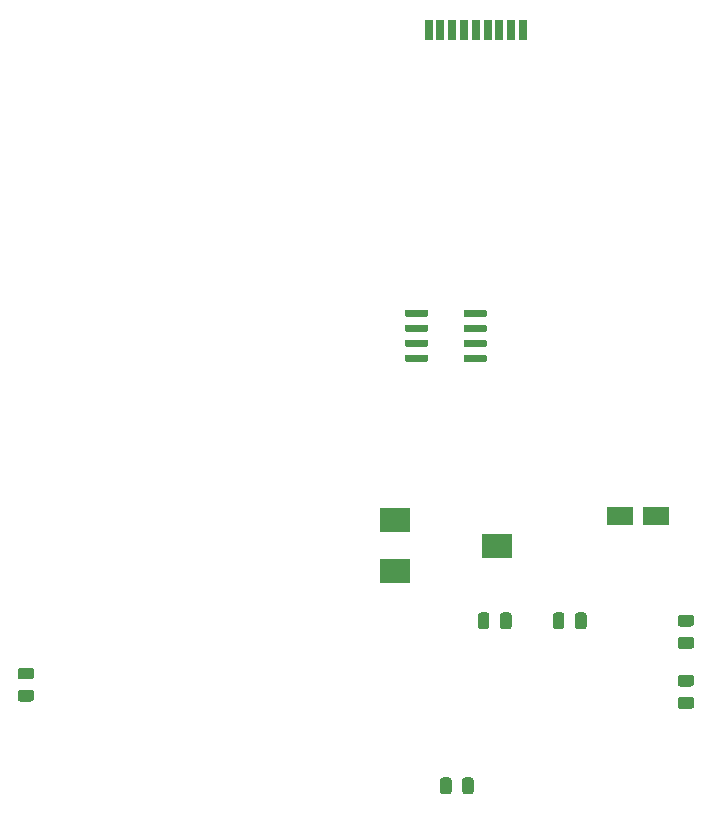
<source format=gbr>
G04 #@! TF.GenerationSoftware,KiCad,Pcbnew,(5.1.5)-3*
G04 #@! TF.CreationDate,2020-04-27T02:41:32-07:00*
G04 #@! TF.ProjectId,SolaRCharger,536f6c61-5243-4686-9172-6765722e6b69,rev?*
G04 #@! TF.SameCoordinates,Original*
G04 #@! TF.FileFunction,Paste,Top*
G04 #@! TF.FilePolarity,Positive*
%FSLAX46Y46*%
G04 Gerber Fmt 4.6, Leading zero omitted, Abs format (unit mm)*
G04 Created by KiCad (PCBNEW (5.1.5)-3) date 2020-04-27 02:41:32*
%MOMM*%
%LPD*%
G04 APERTURE LIST*
%ADD10C,0.100000*%
%ADD11R,2.500000X2.000000*%
%ADD12R,0.700000X1.800000*%
%ADD13R,2.200000X1.600000*%
G04 APERTURE END LIST*
D10*
G36*
X141744703Y-100665722D02*
G01*
X141759264Y-100667882D01*
X141773543Y-100671459D01*
X141787403Y-100676418D01*
X141800710Y-100682712D01*
X141813336Y-100690280D01*
X141825159Y-100699048D01*
X141836066Y-100708934D01*
X141845952Y-100719841D01*
X141854720Y-100731664D01*
X141862288Y-100744290D01*
X141868582Y-100757597D01*
X141873541Y-100771457D01*
X141877118Y-100785736D01*
X141879278Y-100800297D01*
X141880000Y-100815000D01*
X141880000Y-101115000D01*
X141879278Y-101129703D01*
X141877118Y-101144264D01*
X141873541Y-101158543D01*
X141868582Y-101172403D01*
X141862288Y-101185710D01*
X141854720Y-101198336D01*
X141845952Y-101210159D01*
X141836066Y-101221066D01*
X141825159Y-101230952D01*
X141813336Y-101239720D01*
X141800710Y-101247288D01*
X141787403Y-101253582D01*
X141773543Y-101258541D01*
X141759264Y-101262118D01*
X141744703Y-101264278D01*
X141730000Y-101265000D01*
X140080000Y-101265000D01*
X140065297Y-101264278D01*
X140050736Y-101262118D01*
X140036457Y-101258541D01*
X140022597Y-101253582D01*
X140009290Y-101247288D01*
X139996664Y-101239720D01*
X139984841Y-101230952D01*
X139973934Y-101221066D01*
X139964048Y-101210159D01*
X139955280Y-101198336D01*
X139947712Y-101185710D01*
X139941418Y-101172403D01*
X139936459Y-101158543D01*
X139932882Y-101144264D01*
X139930722Y-101129703D01*
X139930000Y-101115000D01*
X139930000Y-100815000D01*
X139930722Y-100800297D01*
X139932882Y-100785736D01*
X139936459Y-100771457D01*
X139941418Y-100757597D01*
X139947712Y-100744290D01*
X139955280Y-100731664D01*
X139964048Y-100719841D01*
X139973934Y-100708934D01*
X139984841Y-100699048D01*
X139996664Y-100690280D01*
X140009290Y-100682712D01*
X140022597Y-100676418D01*
X140036457Y-100671459D01*
X140050736Y-100667882D01*
X140065297Y-100665722D01*
X140080000Y-100665000D01*
X141730000Y-100665000D01*
X141744703Y-100665722D01*
G37*
G36*
X141744703Y-101935722D02*
G01*
X141759264Y-101937882D01*
X141773543Y-101941459D01*
X141787403Y-101946418D01*
X141800710Y-101952712D01*
X141813336Y-101960280D01*
X141825159Y-101969048D01*
X141836066Y-101978934D01*
X141845952Y-101989841D01*
X141854720Y-102001664D01*
X141862288Y-102014290D01*
X141868582Y-102027597D01*
X141873541Y-102041457D01*
X141877118Y-102055736D01*
X141879278Y-102070297D01*
X141880000Y-102085000D01*
X141880000Y-102385000D01*
X141879278Y-102399703D01*
X141877118Y-102414264D01*
X141873541Y-102428543D01*
X141868582Y-102442403D01*
X141862288Y-102455710D01*
X141854720Y-102468336D01*
X141845952Y-102480159D01*
X141836066Y-102491066D01*
X141825159Y-102500952D01*
X141813336Y-102509720D01*
X141800710Y-102517288D01*
X141787403Y-102523582D01*
X141773543Y-102528541D01*
X141759264Y-102532118D01*
X141744703Y-102534278D01*
X141730000Y-102535000D01*
X140080000Y-102535000D01*
X140065297Y-102534278D01*
X140050736Y-102532118D01*
X140036457Y-102528541D01*
X140022597Y-102523582D01*
X140009290Y-102517288D01*
X139996664Y-102509720D01*
X139984841Y-102500952D01*
X139973934Y-102491066D01*
X139964048Y-102480159D01*
X139955280Y-102468336D01*
X139947712Y-102455710D01*
X139941418Y-102442403D01*
X139936459Y-102428543D01*
X139932882Y-102414264D01*
X139930722Y-102399703D01*
X139930000Y-102385000D01*
X139930000Y-102085000D01*
X139930722Y-102070297D01*
X139932882Y-102055736D01*
X139936459Y-102041457D01*
X139941418Y-102027597D01*
X139947712Y-102014290D01*
X139955280Y-102001664D01*
X139964048Y-101989841D01*
X139973934Y-101978934D01*
X139984841Y-101969048D01*
X139996664Y-101960280D01*
X140009290Y-101952712D01*
X140022597Y-101946418D01*
X140036457Y-101941459D01*
X140050736Y-101937882D01*
X140065297Y-101935722D01*
X140080000Y-101935000D01*
X141730000Y-101935000D01*
X141744703Y-101935722D01*
G37*
G36*
X141744703Y-103205722D02*
G01*
X141759264Y-103207882D01*
X141773543Y-103211459D01*
X141787403Y-103216418D01*
X141800710Y-103222712D01*
X141813336Y-103230280D01*
X141825159Y-103239048D01*
X141836066Y-103248934D01*
X141845952Y-103259841D01*
X141854720Y-103271664D01*
X141862288Y-103284290D01*
X141868582Y-103297597D01*
X141873541Y-103311457D01*
X141877118Y-103325736D01*
X141879278Y-103340297D01*
X141880000Y-103355000D01*
X141880000Y-103655000D01*
X141879278Y-103669703D01*
X141877118Y-103684264D01*
X141873541Y-103698543D01*
X141868582Y-103712403D01*
X141862288Y-103725710D01*
X141854720Y-103738336D01*
X141845952Y-103750159D01*
X141836066Y-103761066D01*
X141825159Y-103770952D01*
X141813336Y-103779720D01*
X141800710Y-103787288D01*
X141787403Y-103793582D01*
X141773543Y-103798541D01*
X141759264Y-103802118D01*
X141744703Y-103804278D01*
X141730000Y-103805000D01*
X140080000Y-103805000D01*
X140065297Y-103804278D01*
X140050736Y-103802118D01*
X140036457Y-103798541D01*
X140022597Y-103793582D01*
X140009290Y-103787288D01*
X139996664Y-103779720D01*
X139984841Y-103770952D01*
X139973934Y-103761066D01*
X139964048Y-103750159D01*
X139955280Y-103738336D01*
X139947712Y-103725710D01*
X139941418Y-103712403D01*
X139936459Y-103698543D01*
X139932882Y-103684264D01*
X139930722Y-103669703D01*
X139930000Y-103655000D01*
X139930000Y-103355000D01*
X139930722Y-103340297D01*
X139932882Y-103325736D01*
X139936459Y-103311457D01*
X139941418Y-103297597D01*
X139947712Y-103284290D01*
X139955280Y-103271664D01*
X139964048Y-103259841D01*
X139973934Y-103248934D01*
X139984841Y-103239048D01*
X139996664Y-103230280D01*
X140009290Y-103222712D01*
X140022597Y-103216418D01*
X140036457Y-103211459D01*
X140050736Y-103207882D01*
X140065297Y-103205722D01*
X140080000Y-103205000D01*
X141730000Y-103205000D01*
X141744703Y-103205722D01*
G37*
G36*
X141744703Y-104475722D02*
G01*
X141759264Y-104477882D01*
X141773543Y-104481459D01*
X141787403Y-104486418D01*
X141800710Y-104492712D01*
X141813336Y-104500280D01*
X141825159Y-104509048D01*
X141836066Y-104518934D01*
X141845952Y-104529841D01*
X141854720Y-104541664D01*
X141862288Y-104554290D01*
X141868582Y-104567597D01*
X141873541Y-104581457D01*
X141877118Y-104595736D01*
X141879278Y-104610297D01*
X141880000Y-104625000D01*
X141880000Y-104925000D01*
X141879278Y-104939703D01*
X141877118Y-104954264D01*
X141873541Y-104968543D01*
X141868582Y-104982403D01*
X141862288Y-104995710D01*
X141854720Y-105008336D01*
X141845952Y-105020159D01*
X141836066Y-105031066D01*
X141825159Y-105040952D01*
X141813336Y-105049720D01*
X141800710Y-105057288D01*
X141787403Y-105063582D01*
X141773543Y-105068541D01*
X141759264Y-105072118D01*
X141744703Y-105074278D01*
X141730000Y-105075000D01*
X140080000Y-105075000D01*
X140065297Y-105074278D01*
X140050736Y-105072118D01*
X140036457Y-105068541D01*
X140022597Y-105063582D01*
X140009290Y-105057288D01*
X139996664Y-105049720D01*
X139984841Y-105040952D01*
X139973934Y-105031066D01*
X139964048Y-105020159D01*
X139955280Y-105008336D01*
X139947712Y-104995710D01*
X139941418Y-104982403D01*
X139936459Y-104968543D01*
X139932882Y-104954264D01*
X139930722Y-104939703D01*
X139930000Y-104925000D01*
X139930000Y-104625000D01*
X139930722Y-104610297D01*
X139932882Y-104595736D01*
X139936459Y-104581457D01*
X139941418Y-104567597D01*
X139947712Y-104554290D01*
X139955280Y-104541664D01*
X139964048Y-104529841D01*
X139973934Y-104518934D01*
X139984841Y-104509048D01*
X139996664Y-104500280D01*
X140009290Y-104492712D01*
X140022597Y-104486418D01*
X140036457Y-104481459D01*
X140050736Y-104477882D01*
X140065297Y-104475722D01*
X140080000Y-104475000D01*
X141730000Y-104475000D01*
X141744703Y-104475722D01*
G37*
G36*
X136794703Y-104475722D02*
G01*
X136809264Y-104477882D01*
X136823543Y-104481459D01*
X136837403Y-104486418D01*
X136850710Y-104492712D01*
X136863336Y-104500280D01*
X136875159Y-104509048D01*
X136886066Y-104518934D01*
X136895952Y-104529841D01*
X136904720Y-104541664D01*
X136912288Y-104554290D01*
X136918582Y-104567597D01*
X136923541Y-104581457D01*
X136927118Y-104595736D01*
X136929278Y-104610297D01*
X136930000Y-104625000D01*
X136930000Y-104925000D01*
X136929278Y-104939703D01*
X136927118Y-104954264D01*
X136923541Y-104968543D01*
X136918582Y-104982403D01*
X136912288Y-104995710D01*
X136904720Y-105008336D01*
X136895952Y-105020159D01*
X136886066Y-105031066D01*
X136875159Y-105040952D01*
X136863336Y-105049720D01*
X136850710Y-105057288D01*
X136837403Y-105063582D01*
X136823543Y-105068541D01*
X136809264Y-105072118D01*
X136794703Y-105074278D01*
X136780000Y-105075000D01*
X135130000Y-105075000D01*
X135115297Y-105074278D01*
X135100736Y-105072118D01*
X135086457Y-105068541D01*
X135072597Y-105063582D01*
X135059290Y-105057288D01*
X135046664Y-105049720D01*
X135034841Y-105040952D01*
X135023934Y-105031066D01*
X135014048Y-105020159D01*
X135005280Y-105008336D01*
X134997712Y-104995710D01*
X134991418Y-104982403D01*
X134986459Y-104968543D01*
X134982882Y-104954264D01*
X134980722Y-104939703D01*
X134980000Y-104925000D01*
X134980000Y-104625000D01*
X134980722Y-104610297D01*
X134982882Y-104595736D01*
X134986459Y-104581457D01*
X134991418Y-104567597D01*
X134997712Y-104554290D01*
X135005280Y-104541664D01*
X135014048Y-104529841D01*
X135023934Y-104518934D01*
X135034841Y-104509048D01*
X135046664Y-104500280D01*
X135059290Y-104492712D01*
X135072597Y-104486418D01*
X135086457Y-104481459D01*
X135100736Y-104477882D01*
X135115297Y-104475722D01*
X135130000Y-104475000D01*
X136780000Y-104475000D01*
X136794703Y-104475722D01*
G37*
G36*
X136794703Y-103205722D02*
G01*
X136809264Y-103207882D01*
X136823543Y-103211459D01*
X136837403Y-103216418D01*
X136850710Y-103222712D01*
X136863336Y-103230280D01*
X136875159Y-103239048D01*
X136886066Y-103248934D01*
X136895952Y-103259841D01*
X136904720Y-103271664D01*
X136912288Y-103284290D01*
X136918582Y-103297597D01*
X136923541Y-103311457D01*
X136927118Y-103325736D01*
X136929278Y-103340297D01*
X136930000Y-103355000D01*
X136930000Y-103655000D01*
X136929278Y-103669703D01*
X136927118Y-103684264D01*
X136923541Y-103698543D01*
X136918582Y-103712403D01*
X136912288Y-103725710D01*
X136904720Y-103738336D01*
X136895952Y-103750159D01*
X136886066Y-103761066D01*
X136875159Y-103770952D01*
X136863336Y-103779720D01*
X136850710Y-103787288D01*
X136837403Y-103793582D01*
X136823543Y-103798541D01*
X136809264Y-103802118D01*
X136794703Y-103804278D01*
X136780000Y-103805000D01*
X135130000Y-103805000D01*
X135115297Y-103804278D01*
X135100736Y-103802118D01*
X135086457Y-103798541D01*
X135072597Y-103793582D01*
X135059290Y-103787288D01*
X135046664Y-103779720D01*
X135034841Y-103770952D01*
X135023934Y-103761066D01*
X135014048Y-103750159D01*
X135005280Y-103738336D01*
X134997712Y-103725710D01*
X134991418Y-103712403D01*
X134986459Y-103698543D01*
X134982882Y-103684264D01*
X134980722Y-103669703D01*
X134980000Y-103655000D01*
X134980000Y-103355000D01*
X134980722Y-103340297D01*
X134982882Y-103325736D01*
X134986459Y-103311457D01*
X134991418Y-103297597D01*
X134997712Y-103284290D01*
X135005280Y-103271664D01*
X135014048Y-103259841D01*
X135023934Y-103248934D01*
X135034841Y-103239048D01*
X135046664Y-103230280D01*
X135059290Y-103222712D01*
X135072597Y-103216418D01*
X135086457Y-103211459D01*
X135100736Y-103207882D01*
X135115297Y-103205722D01*
X135130000Y-103205000D01*
X136780000Y-103205000D01*
X136794703Y-103205722D01*
G37*
G36*
X136794703Y-101935722D02*
G01*
X136809264Y-101937882D01*
X136823543Y-101941459D01*
X136837403Y-101946418D01*
X136850710Y-101952712D01*
X136863336Y-101960280D01*
X136875159Y-101969048D01*
X136886066Y-101978934D01*
X136895952Y-101989841D01*
X136904720Y-102001664D01*
X136912288Y-102014290D01*
X136918582Y-102027597D01*
X136923541Y-102041457D01*
X136927118Y-102055736D01*
X136929278Y-102070297D01*
X136930000Y-102085000D01*
X136930000Y-102385000D01*
X136929278Y-102399703D01*
X136927118Y-102414264D01*
X136923541Y-102428543D01*
X136918582Y-102442403D01*
X136912288Y-102455710D01*
X136904720Y-102468336D01*
X136895952Y-102480159D01*
X136886066Y-102491066D01*
X136875159Y-102500952D01*
X136863336Y-102509720D01*
X136850710Y-102517288D01*
X136837403Y-102523582D01*
X136823543Y-102528541D01*
X136809264Y-102532118D01*
X136794703Y-102534278D01*
X136780000Y-102535000D01*
X135130000Y-102535000D01*
X135115297Y-102534278D01*
X135100736Y-102532118D01*
X135086457Y-102528541D01*
X135072597Y-102523582D01*
X135059290Y-102517288D01*
X135046664Y-102509720D01*
X135034841Y-102500952D01*
X135023934Y-102491066D01*
X135014048Y-102480159D01*
X135005280Y-102468336D01*
X134997712Y-102455710D01*
X134991418Y-102442403D01*
X134986459Y-102428543D01*
X134982882Y-102414264D01*
X134980722Y-102399703D01*
X134980000Y-102385000D01*
X134980000Y-102085000D01*
X134980722Y-102070297D01*
X134982882Y-102055736D01*
X134986459Y-102041457D01*
X134991418Y-102027597D01*
X134997712Y-102014290D01*
X135005280Y-102001664D01*
X135014048Y-101989841D01*
X135023934Y-101978934D01*
X135034841Y-101969048D01*
X135046664Y-101960280D01*
X135059290Y-101952712D01*
X135072597Y-101946418D01*
X135086457Y-101941459D01*
X135100736Y-101937882D01*
X135115297Y-101935722D01*
X135130000Y-101935000D01*
X136780000Y-101935000D01*
X136794703Y-101935722D01*
G37*
G36*
X136794703Y-100665722D02*
G01*
X136809264Y-100667882D01*
X136823543Y-100671459D01*
X136837403Y-100676418D01*
X136850710Y-100682712D01*
X136863336Y-100690280D01*
X136875159Y-100699048D01*
X136886066Y-100708934D01*
X136895952Y-100719841D01*
X136904720Y-100731664D01*
X136912288Y-100744290D01*
X136918582Y-100757597D01*
X136923541Y-100771457D01*
X136927118Y-100785736D01*
X136929278Y-100800297D01*
X136930000Y-100815000D01*
X136930000Y-101115000D01*
X136929278Y-101129703D01*
X136927118Y-101144264D01*
X136923541Y-101158543D01*
X136918582Y-101172403D01*
X136912288Y-101185710D01*
X136904720Y-101198336D01*
X136895952Y-101210159D01*
X136886066Y-101221066D01*
X136875159Y-101230952D01*
X136863336Y-101239720D01*
X136850710Y-101247288D01*
X136837403Y-101253582D01*
X136823543Y-101258541D01*
X136809264Y-101262118D01*
X136794703Y-101264278D01*
X136780000Y-101265000D01*
X135130000Y-101265000D01*
X135115297Y-101264278D01*
X135100736Y-101262118D01*
X135086457Y-101258541D01*
X135072597Y-101253582D01*
X135059290Y-101247288D01*
X135046664Y-101239720D01*
X135034841Y-101230952D01*
X135023934Y-101221066D01*
X135014048Y-101210159D01*
X135005280Y-101198336D01*
X134997712Y-101185710D01*
X134991418Y-101172403D01*
X134986459Y-101158543D01*
X134982882Y-101144264D01*
X134980722Y-101129703D01*
X134980000Y-101115000D01*
X134980000Y-100815000D01*
X134980722Y-100800297D01*
X134982882Y-100785736D01*
X134986459Y-100771457D01*
X134991418Y-100757597D01*
X134997712Y-100744290D01*
X135005280Y-100731664D01*
X135014048Y-100719841D01*
X135023934Y-100708934D01*
X135034841Y-100699048D01*
X135046664Y-100690280D01*
X135059290Y-100682712D01*
X135072597Y-100676418D01*
X135086457Y-100671459D01*
X135100736Y-100667882D01*
X135115297Y-100665722D01*
X135130000Y-100665000D01*
X136780000Y-100665000D01*
X136794703Y-100665722D01*
G37*
D11*
X134105000Y-122800000D03*
X142755000Y-120650000D03*
X134105000Y-118500000D03*
D10*
G36*
X140572642Y-140271174D02*
G01*
X140596303Y-140274684D01*
X140619507Y-140280496D01*
X140642029Y-140288554D01*
X140663653Y-140298782D01*
X140684170Y-140311079D01*
X140703383Y-140325329D01*
X140721107Y-140341393D01*
X140737171Y-140359117D01*
X140751421Y-140378330D01*
X140763718Y-140398847D01*
X140773946Y-140420471D01*
X140782004Y-140442993D01*
X140787816Y-140466197D01*
X140791326Y-140489858D01*
X140792500Y-140513750D01*
X140792500Y-141426250D01*
X140791326Y-141450142D01*
X140787816Y-141473803D01*
X140782004Y-141497007D01*
X140773946Y-141519529D01*
X140763718Y-141541153D01*
X140751421Y-141561670D01*
X140737171Y-141580883D01*
X140721107Y-141598607D01*
X140703383Y-141614671D01*
X140684170Y-141628921D01*
X140663653Y-141641218D01*
X140642029Y-141651446D01*
X140619507Y-141659504D01*
X140596303Y-141665316D01*
X140572642Y-141668826D01*
X140548750Y-141670000D01*
X140061250Y-141670000D01*
X140037358Y-141668826D01*
X140013697Y-141665316D01*
X139990493Y-141659504D01*
X139967971Y-141651446D01*
X139946347Y-141641218D01*
X139925830Y-141628921D01*
X139906617Y-141614671D01*
X139888893Y-141598607D01*
X139872829Y-141580883D01*
X139858579Y-141561670D01*
X139846282Y-141541153D01*
X139836054Y-141519529D01*
X139827996Y-141497007D01*
X139822184Y-141473803D01*
X139818674Y-141450142D01*
X139817500Y-141426250D01*
X139817500Y-140513750D01*
X139818674Y-140489858D01*
X139822184Y-140466197D01*
X139827996Y-140442993D01*
X139836054Y-140420471D01*
X139846282Y-140398847D01*
X139858579Y-140378330D01*
X139872829Y-140359117D01*
X139888893Y-140341393D01*
X139906617Y-140325329D01*
X139925830Y-140311079D01*
X139946347Y-140298782D01*
X139967971Y-140288554D01*
X139990493Y-140280496D01*
X140013697Y-140274684D01*
X140037358Y-140271174D01*
X140061250Y-140270000D01*
X140548750Y-140270000D01*
X140572642Y-140271174D01*
G37*
G36*
X138697642Y-140271174D02*
G01*
X138721303Y-140274684D01*
X138744507Y-140280496D01*
X138767029Y-140288554D01*
X138788653Y-140298782D01*
X138809170Y-140311079D01*
X138828383Y-140325329D01*
X138846107Y-140341393D01*
X138862171Y-140359117D01*
X138876421Y-140378330D01*
X138888718Y-140398847D01*
X138898946Y-140420471D01*
X138907004Y-140442993D01*
X138912816Y-140466197D01*
X138916326Y-140489858D01*
X138917500Y-140513750D01*
X138917500Y-141426250D01*
X138916326Y-141450142D01*
X138912816Y-141473803D01*
X138907004Y-141497007D01*
X138898946Y-141519529D01*
X138888718Y-141541153D01*
X138876421Y-141561670D01*
X138862171Y-141580883D01*
X138846107Y-141598607D01*
X138828383Y-141614671D01*
X138809170Y-141628921D01*
X138788653Y-141641218D01*
X138767029Y-141651446D01*
X138744507Y-141659504D01*
X138721303Y-141665316D01*
X138697642Y-141668826D01*
X138673750Y-141670000D01*
X138186250Y-141670000D01*
X138162358Y-141668826D01*
X138138697Y-141665316D01*
X138115493Y-141659504D01*
X138092971Y-141651446D01*
X138071347Y-141641218D01*
X138050830Y-141628921D01*
X138031617Y-141614671D01*
X138013893Y-141598607D01*
X137997829Y-141580883D01*
X137983579Y-141561670D01*
X137971282Y-141541153D01*
X137961054Y-141519529D01*
X137952996Y-141497007D01*
X137947184Y-141473803D01*
X137943674Y-141450142D01*
X137942500Y-141426250D01*
X137942500Y-140513750D01*
X137943674Y-140489858D01*
X137947184Y-140466197D01*
X137952996Y-140442993D01*
X137961054Y-140420471D01*
X137971282Y-140398847D01*
X137983579Y-140378330D01*
X137997829Y-140359117D01*
X138013893Y-140341393D01*
X138031617Y-140325329D01*
X138050830Y-140311079D01*
X138071347Y-140298782D01*
X138092971Y-140288554D01*
X138115493Y-140280496D01*
X138138697Y-140274684D01*
X138162358Y-140271174D01*
X138186250Y-140270000D01*
X138673750Y-140270000D01*
X138697642Y-140271174D01*
G37*
G36*
X150127642Y-126301174D02*
G01*
X150151303Y-126304684D01*
X150174507Y-126310496D01*
X150197029Y-126318554D01*
X150218653Y-126328782D01*
X150239170Y-126341079D01*
X150258383Y-126355329D01*
X150276107Y-126371393D01*
X150292171Y-126389117D01*
X150306421Y-126408330D01*
X150318718Y-126428847D01*
X150328946Y-126450471D01*
X150337004Y-126472993D01*
X150342816Y-126496197D01*
X150346326Y-126519858D01*
X150347500Y-126543750D01*
X150347500Y-127456250D01*
X150346326Y-127480142D01*
X150342816Y-127503803D01*
X150337004Y-127527007D01*
X150328946Y-127549529D01*
X150318718Y-127571153D01*
X150306421Y-127591670D01*
X150292171Y-127610883D01*
X150276107Y-127628607D01*
X150258383Y-127644671D01*
X150239170Y-127658921D01*
X150218653Y-127671218D01*
X150197029Y-127681446D01*
X150174507Y-127689504D01*
X150151303Y-127695316D01*
X150127642Y-127698826D01*
X150103750Y-127700000D01*
X149616250Y-127700000D01*
X149592358Y-127698826D01*
X149568697Y-127695316D01*
X149545493Y-127689504D01*
X149522971Y-127681446D01*
X149501347Y-127671218D01*
X149480830Y-127658921D01*
X149461617Y-127644671D01*
X149443893Y-127628607D01*
X149427829Y-127610883D01*
X149413579Y-127591670D01*
X149401282Y-127571153D01*
X149391054Y-127549529D01*
X149382996Y-127527007D01*
X149377184Y-127503803D01*
X149373674Y-127480142D01*
X149372500Y-127456250D01*
X149372500Y-126543750D01*
X149373674Y-126519858D01*
X149377184Y-126496197D01*
X149382996Y-126472993D01*
X149391054Y-126450471D01*
X149401282Y-126428847D01*
X149413579Y-126408330D01*
X149427829Y-126389117D01*
X149443893Y-126371393D01*
X149461617Y-126355329D01*
X149480830Y-126341079D01*
X149501347Y-126328782D01*
X149522971Y-126318554D01*
X149545493Y-126310496D01*
X149568697Y-126304684D01*
X149592358Y-126301174D01*
X149616250Y-126300000D01*
X150103750Y-126300000D01*
X150127642Y-126301174D01*
G37*
G36*
X148252642Y-126301174D02*
G01*
X148276303Y-126304684D01*
X148299507Y-126310496D01*
X148322029Y-126318554D01*
X148343653Y-126328782D01*
X148364170Y-126341079D01*
X148383383Y-126355329D01*
X148401107Y-126371393D01*
X148417171Y-126389117D01*
X148431421Y-126408330D01*
X148443718Y-126428847D01*
X148453946Y-126450471D01*
X148462004Y-126472993D01*
X148467816Y-126496197D01*
X148471326Y-126519858D01*
X148472500Y-126543750D01*
X148472500Y-127456250D01*
X148471326Y-127480142D01*
X148467816Y-127503803D01*
X148462004Y-127527007D01*
X148453946Y-127549529D01*
X148443718Y-127571153D01*
X148431421Y-127591670D01*
X148417171Y-127610883D01*
X148401107Y-127628607D01*
X148383383Y-127644671D01*
X148364170Y-127658921D01*
X148343653Y-127671218D01*
X148322029Y-127681446D01*
X148299507Y-127689504D01*
X148276303Y-127695316D01*
X148252642Y-127698826D01*
X148228750Y-127700000D01*
X147741250Y-127700000D01*
X147717358Y-127698826D01*
X147693697Y-127695316D01*
X147670493Y-127689504D01*
X147647971Y-127681446D01*
X147626347Y-127671218D01*
X147605830Y-127658921D01*
X147586617Y-127644671D01*
X147568893Y-127628607D01*
X147552829Y-127610883D01*
X147538579Y-127591670D01*
X147526282Y-127571153D01*
X147516054Y-127549529D01*
X147507996Y-127527007D01*
X147502184Y-127503803D01*
X147498674Y-127480142D01*
X147497500Y-127456250D01*
X147497500Y-126543750D01*
X147498674Y-126519858D01*
X147502184Y-126496197D01*
X147507996Y-126472993D01*
X147516054Y-126450471D01*
X147526282Y-126428847D01*
X147538579Y-126408330D01*
X147552829Y-126389117D01*
X147568893Y-126371393D01*
X147586617Y-126355329D01*
X147605830Y-126341079D01*
X147626347Y-126328782D01*
X147647971Y-126318554D01*
X147670493Y-126310496D01*
X147693697Y-126304684D01*
X147717358Y-126301174D01*
X147741250Y-126300000D01*
X148228750Y-126300000D01*
X148252642Y-126301174D01*
G37*
G36*
X103350142Y-132863674D02*
G01*
X103373803Y-132867184D01*
X103397007Y-132872996D01*
X103419529Y-132881054D01*
X103441153Y-132891282D01*
X103461670Y-132903579D01*
X103480883Y-132917829D01*
X103498607Y-132933893D01*
X103514671Y-132951617D01*
X103528921Y-132970830D01*
X103541218Y-132991347D01*
X103551446Y-133012971D01*
X103559504Y-133035493D01*
X103565316Y-133058697D01*
X103568826Y-133082358D01*
X103570000Y-133106250D01*
X103570000Y-133593750D01*
X103568826Y-133617642D01*
X103565316Y-133641303D01*
X103559504Y-133664507D01*
X103551446Y-133687029D01*
X103541218Y-133708653D01*
X103528921Y-133729170D01*
X103514671Y-133748383D01*
X103498607Y-133766107D01*
X103480883Y-133782171D01*
X103461670Y-133796421D01*
X103441153Y-133808718D01*
X103419529Y-133818946D01*
X103397007Y-133827004D01*
X103373803Y-133832816D01*
X103350142Y-133836326D01*
X103326250Y-133837500D01*
X102413750Y-133837500D01*
X102389858Y-133836326D01*
X102366197Y-133832816D01*
X102342993Y-133827004D01*
X102320471Y-133818946D01*
X102298847Y-133808718D01*
X102278330Y-133796421D01*
X102259117Y-133782171D01*
X102241393Y-133766107D01*
X102225329Y-133748383D01*
X102211079Y-133729170D01*
X102198782Y-133708653D01*
X102188554Y-133687029D01*
X102180496Y-133664507D01*
X102174684Y-133641303D01*
X102171174Y-133617642D01*
X102170000Y-133593750D01*
X102170000Y-133106250D01*
X102171174Y-133082358D01*
X102174684Y-133058697D01*
X102180496Y-133035493D01*
X102188554Y-133012971D01*
X102198782Y-132991347D01*
X102211079Y-132970830D01*
X102225329Y-132951617D01*
X102241393Y-132933893D01*
X102259117Y-132917829D01*
X102278330Y-132903579D01*
X102298847Y-132891282D01*
X102320471Y-132881054D01*
X102342993Y-132872996D01*
X102366197Y-132867184D01*
X102389858Y-132863674D01*
X102413750Y-132862500D01*
X103326250Y-132862500D01*
X103350142Y-132863674D01*
G37*
G36*
X103350142Y-130988674D02*
G01*
X103373803Y-130992184D01*
X103397007Y-130997996D01*
X103419529Y-131006054D01*
X103441153Y-131016282D01*
X103461670Y-131028579D01*
X103480883Y-131042829D01*
X103498607Y-131058893D01*
X103514671Y-131076617D01*
X103528921Y-131095830D01*
X103541218Y-131116347D01*
X103551446Y-131137971D01*
X103559504Y-131160493D01*
X103565316Y-131183697D01*
X103568826Y-131207358D01*
X103570000Y-131231250D01*
X103570000Y-131718750D01*
X103568826Y-131742642D01*
X103565316Y-131766303D01*
X103559504Y-131789507D01*
X103551446Y-131812029D01*
X103541218Y-131833653D01*
X103528921Y-131854170D01*
X103514671Y-131873383D01*
X103498607Y-131891107D01*
X103480883Y-131907171D01*
X103461670Y-131921421D01*
X103441153Y-131933718D01*
X103419529Y-131943946D01*
X103397007Y-131952004D01*
X103373803Y-131957816D01*
X103350142Y-131961326D01*
X103326250Y-131962500D01*
X102413750Y-131962500D01*
X102389858Y-131961326D01*
X102366197Y-131957816D01*
X102342993Y-131952004D01*
X102320471Y-131943946D01*
X102298847Y-131933718D01*
X102278330Y-131921421D01*
X102259117Y-131907171D01*
X102241393Y-131891107D01*
X102225329Y-131873383D01*
X102211079Y-131854170D01*
X102198782Y-131833653D01*
X102188554Y-131812029D01*
X102180496Y-131789507D01*
X102174684Y-131766303D01*
X102171174Y-131742642D01*
X102170000Y-131718750D01*
X102170000Y-131231250D01*
X102171174Y-131207358D01*
X102174684Y-131183697D01*
X102180496Y-131160493D01*
X102188554Y-131137971D01*
X102198782Y-131116347D01*
X102211079Y-131095830D01*
X102225329Y-131076617D01*
X102241393Y-131058893D01*
X102259117Y-131042829D01*
X102278330Y-131028579D01*
X102298847Y-131016282D01*
X102320471Y-131006054D01*
X102342993Y-130997996D01*
X102366197Y-130992184D01*
X102389858Y-130988674D01*
X102413750Y-130987500D01*
X103326250Y-130987500D01*
X103350142Y-130988674D01*
G37*
G36*
X143777642Y-126301174D02*
G01*
X143801303Y-126304684D01*
X143824507Y-126310496D01*
X143847029Y-126318554D01*
X143868653Y-126328782D01*
X143889170Y-126341079D01*
X143908383Y-126355329D01*
X143926107Y-126371393D01*
X143942171Y-126389117D01*
X143956421Y-126408330D01*
X143968718Y-126428847D01*
X143978946Y-126450471D01*
X143987004Y-126472993D01*
X143992816Y-126496197D01*
X143996326Y-126519858D01*
X143997500Y-126543750D01*
X143997500Y-127456250D01*
X143996326Y-127480142D01*
X143992816Y-127503803D01*
X143987004Y-127527007D01*
X143978946Y-127549529D01*
X143968718Y-127571153D01*
X143956421Y-127591670D01*
X143942171Y-127610883D01*
X143926107Y-127628607D01*
X143908383Y-127644671D01*
X143889170Y-127658921D01*
X143868653Y-127671218D01*
X143847029Y-127681446D01*
X143824507Y-127689504D01*
X143801303Y-127695316D01*
X143777642Y-127698826D01*
X143753750Y-127700000D01*
X143266250Y-127700000D01*
X143242358Y-127698826D01*
X143218697Y-127695316D01*
X143195493Y-127689504D01*
X143172971Y-127681446D01*
X143151347Y-127671218D01*
X143130830Y-127658921D01*
X143111617Y-127644671D01*
X143093893Y-127628607D01*
X143077829Y-127610883D01*
X143063579Y-127591670D01*
X143051282Y-127571153D01*
X143041054Y-127549529D01*
X143032996Y-127527007D01*
X143027184Y-127503803D01*
X143023674Y-127480142D01*
X143022500Y-127456250D01*
X143022500Y-126543750D01*
X143023674Y-126519858D01*
X143027184Y-126496197D01*
X143032996Y-126472993D01*
X143041054Y-126450471D01*
X143051282Y-126428847D01*
X143063579Y-126408330D01*
X143077829Y-126389117D01*
X143093893Y-126371393D01*
X143111617Y-126355329D01*
X143130830Y-126341079D01*
X143151347Y-126328782D01*
X143172971Y-126318554D01*
X143195493Y-126310496D01*
X143218697Y-126304684D01*
X143242358Y-126301174D01*
X143266250Y-126300000D01*
X143753750Y-126300000D01*
X143777642Y-126301174D01*
G37*
G36*
X141902642Y-126301174D02*
G01*
X141926303Y-126304684D01*
X141949507Y-126310496D01*
X141972029Y-126318554D01*
X141993653Y-126328782D01*
X142014170Y-126341079D01*
X142033383Y-126355329D01*
X142051107Y-126371393D01*
X142067171Y-126389117D01*
X142081421Y-126408330D01*
X142093718Y-126428847D01*
X142103946Y-126450471D01*
X142112004Y-126472993D01*
X142117816Y-126496197D01*
X142121326Y-126519858D01*
X142122500Y-126543750D01*
X142122500Y-127456250D01*
X142121326Y-127480142D01*
X142117816Y-127503803D01*
X142112004Y-127527007D01*
X142103946Y-127549529D01*
X142093718Y-127571153D01*
X142081421Y-127591670D01*
X142067171Y-127610883D01*
X142051107Y-127628607D01*
X142033383Y-127644671D01*
X142014170Y-127658921D01*
X141993653Y-127671218D01*
X141972029Y-127681446D01*
X141949507Y-127689504D01*
X141926303Y-127695316D01*
X141902642Y-127698826D01*
X141878750Y-127700000D01*
X141391250Y-127700000D01*
X141367358Y-127698826D01*
X141343697Y-127695316D01*
X141320493Y-127689504D01*
X141297971Y-127681446D01*
X141276347Y-127671218D01*
X141255830Y-127658921D01*
X141236617Y-127644671D01*
X141218893Y-127628607D01*
X141202829Y-127610883D01*
X141188579Y-127591670D01*
X141176282Y-127571153D01*
X141166054Y-127549529D01*
X141157996Y-127527007D01*
X141152184Y-127503803D01*
X141148674Y-127480142D01*
X141147500Y-127456250D01*
X141147500Y-126543750D01*
X141148674Y-126519858D01*
X141152184Y-126496197D01*
X141157996Y-126472993D01*
X141166054Y-126450471D01*
X141176282Y-126428847D01*
X141188579Y-126408330D01*
X141202829Y-126389117D01*
X141218893Y-126371393D01*
X141236617Y-126355329D01*
X141255830Y-126341079D01*
X141276347Y-126328782D01*
X141297971Y-126318554D01*
X141320493Y-126310496D01*
X141343697Y-126304684D01*
X141367358Y-126301174D01*
X141391250Y-126300000D01*
X141878750Y-126300000D01*
X141902642Y-126301174D01*
G37*
D12*
X144970000Y-76965000D03*
X143970000Y-76965000D03*
X142970000Y-76965000D03*
X141970000Y-76965000D03*
X140970000Y-76965000D03*
X139970000Y-76965000D03*
X138970000Y-76965000D03*
X137970000Y-76965000D03*
X136970000Y-76965000D03*
D10*
G36*
X159230142Y-133468674D02*
G01*
X159253803Y-133472184D01*
X159277007Y-133477996D01*
X159299529Y-133486054D01*
X159321153Y-133496282D01*
X159341670Y-133508579D01*
X159360883Y-133522829D01*
X159378607Y-133538893D01*
X159394671Y-133556617D01*
X159408921Y-133575830D01*
X159421218Y-133596347D01*
X159431446Y-133617971D01*
X159439504Y-133640493D01*
X159445316Y-133663697D01*
X159448826Y-133687358D01*
X159450000Y-133711250D01*
X159450000Y-134198750D01*
X159448826Y-134222642D01*
X159445316Y-134246303D01*
X159439504Y-134269507D01*
X159431446Y-134292029D01*
X159421218Y-134313653D01*
X159408921Y-134334170D01*
X159394671Y-134353383D01*
X159378607Y-134371107D01*
X159360883Y-134387171D01*
X159341670Y-134401421D01*
X159321153Y-134413718D01*
X159299529Y-134423946D01*
X159277007Y-134432004D01*
X159253803Y-134437816D01*
X159230142Y-134441326D01*
X159206250Y-134442500D01*
X158293750Y-134442500D01*
X158269858Y-134441326D01*
X158246197Y-134437816D01*
X158222993Y-134432004D01*
X158200471Y-134423946D01*
X158178847Y-134413718D01*
X158158330Y-134401421D01*
X158139117Y-134387171D01*
X158121393Y-134371107D01*
X158105329Y-134353383D01*
X158091079Y-134334170D01*
X158078782Y-134313653D01*
X158068554Y-134292029D01*
X158060496Y-134269507D01*
X158054684Y-134246303D01*
X158051174Y-134222642D01*
X158050000Y-134198750D01*
X158050000Y-133711250D01*
X158051174Y-133687358D01*
X158054684Y-133663697D01*
X158060496Y-133640493D01*
X158068554Y-133617971D01*
X158078782Y-133596347D01*
X158091079Y-133575830D01*
X158105329Y-133556617D01*
X158121393Y-133538893D01*
X158139117Y-133522829D01*
X158158330Y-133508579D01*
X158178847Y-133496282D01*
X158200471Y-133486054D01*
X158222993Y-133477996D01*
X158246197Y-133472184D01*
X158269858Y-133468674D01*
X158293750Y-133467500D01*
X159206250Y-133467500D01*
X159230142Y-133468674D01*
G37*
G36*
X159230142Y-131593674D02*
G01*
X159253803Y-131597184D01*
X159277007Y-131602996D01*
X159299529Y-131611054D01*
X159321153Y-131621282D01*
X159341670Y-131633579D01*
X159360883Y-131647829D01*
X159378607Y-131663893D01*
X159394671Y-131681617D01*
X159408921Y-131700830D01*
X159421218Y-131721347D01*
X159431446Y-131742971D01*
X159439504Y-131765493D01*
X159445316Y-131788697D01*
X159448826Y-131812358D01*
X159450000Y-131836250D01*
X159450000Y-132323750D01*
X159448826Y-132347642D01*
X159445316Y-132371303D01*
X159439504Y-132394507D01*
X159431446Y-132417029D01*
X159421218Y-132438653D01*
X159408921Y-132459170D01*
X159394671Y-132478383D01*
X159378607Y-132496107D01*
X159360883Y-132512171D01*
X159341670Y-132526421D01*
X159321153Y-132538718D01*
X159299529Y-132548946D01*
X159277007Y-132557004D01*
X159253803Y-132562816D01*
X159230142Y-132566326D01*
X159206250Y-132567500D01*
X158293750Y-132567500D01*
X158269858Y-132566326D01*
X158246197Y-132562816D01*
X158222993Y-132557004D01*
X158200471Y-132548946D01*
X158178847Y-132538718D01*
X158158330Y-132526421D01*
X158139117Y-132512171D01*
X158121393Y-132496107D01*
X158105329Y-132478383D01*
X158091079Y-132459170D01*
X158078782Y-132438653D01*
X158068554Y-132417029D01*
X158060496Y-132394507D01*
X158054684Y-132371303D01*
X158051174Y-132347642D01*
X158050000Y-132323750D01*
X158050000Y-131836250D01*
X158051174Y-131812358D01*
X158054684Y-131788697D01*
X158060496Y-131765493D01*
X158068554Y-131742971D01*
X158078782Y-131721347D01*
X158091079Y-131700830D01*
X158105329Y-131681617D01*
X158121393Y-131663893D01*
X158139117Y-131647829D01*
X158158330Y-131633579D01*
X158178847Y-131621282D01*
X158200471Y-131611054D01*
X158222993Y-131602996D01*
X158246197Y-131597184D01*
X158269858Y-131593674D01*
X158293750Y-131592500D01*
X159206250Y-131592500D01*
X159230142Y-131593674D01*
G37*
G36*
X159230142Y-126513674D02*
G01*
X159253803Y-126517184D01*
X159277007Y-126522996D01*
X159299529Y-126531054D01*
X159321153Y-126541282D01*
X159341670Y-126553579D01*
X159360883Y-126567829D01*
X159378607Y-126583893D01*
X159394671Y-126601617D01*
X159408921Y-126620830D01*
X159421218Y-126641347D01*
X159431446Y-126662971D01*
X159439504Y-126685493D01*
X159445316Y-126708697D01*
X159448826Y-126732358D01*
X159450000Y-126756250D01*
X159450000Y-127243750D01*
X159448826Y-127267642D01*
X159445316Y-127291303D01*
X159439504Y-127314507D01*
X159431446Y-127337029D01*
X159421218Y-127358653D01*
X159408921Y-127379170D01*
X159394671Y-127398383D01*
X159378607Y-127416107D01*
X159360883Y-127432171D01*
X159341670Y-127446421D01*
X159321153Y-127458718D01*
X159299529Y-127468946D01*
X159277007Y-127477004D01*
X159253803Y-127482816D01*
X159230142Y-127486326D01*
X159206250Y-127487500D01*
X158293750Y-127487500D01*
X158269858Y-127486326D01*
X158246197Y-127482816D01*
X158222993Y-127477004D01*
X158200471Y-127468946D01*
X158178847Y-127458718D01*
X158158330Y-127446421D01*
X158139117Y-127432171D01*
X158121393Y-127416107D01*
X158105329Y-127398383D01*
X158091079Y-127379170D01*
X158078782Y-127358653D01*
X158068554Y-127337029D01*
X158060496Y-127314507D01*
X158054684Y-127291303D01*
X158051174Y-127267642D01*
X158050000Y-127243750D01*
X158050000Y-126756250D01*
X158051174Y-126732358D01*
X158054684Y-126708697D01*
X158060496Y-126685493D01*
X158068554Y-126662971D01*
X158078782Y-126641347D01*
X158091079Y-126620830D01*
X158105329Y-126601617D01*
X158121393Y-126583893D01*
X158139117Y-126567829D01*
X158158330Y-126553579D01*
X158178847Y-126541282D01*
X158200471Y-126531054D01*
X158222993Y-126522996D01*
X158246197Y-126517184D01*
X158269858Y-126513674D01*
X158293750Y-126512500D01*
X159206250Y-126512500D01*
X159230142Y-126513674D01*
G37*
G36*
X159230142Y-128388674D02*
G01*
X159253803Y-128392184D01*
X159277007Y-128397996D01*
X159299529Y-128406054D01*
X159321153Y-128416282D01*
X159341670Y-128428579D01*
X159360883Y-128442829D01*
X159378607Y-128458893D01*
X159394671Y-128476617D01*
X159408921Y-128495830D01*
X159421218Y-128516347D01*
X159431446Y-128537971D01*
X159439504Y-128560493D01*
X159445316Y-128583697D01*
X159448826Y-128607358D01*
X159450000Y-128631250D01*
X159450000Y-129118750D01*
X159448826Y-129142642D01*
X159445316Y-129166303D01*
X159439504Y-129189507D01*
X159431446Y-129212029D01*
X159421218Y-129233653D01*
X159408921Y-129254170D01*
X159394671Y-129273383D01*
X159378607Y-129291107D01*
X159360883Y-129307171D01*
X159341670Y-129321421D01*
X159321153Y-129333718D01*
X159299529Y-129343946D01*
X159277007Y-129352004D01*
X159253803Y-129357816D01*
X159230142Y-129361326D01*
X159206250Y-129362500D01*
X158293750Y-129362500D01*
X158269858Y-129361326D01*
X158246197Y-129357816D01*
X158222993Y-129352004D01*
X158200471Y-129343946D01*
X158178847Y-129333718D01*
X158158330Y-129321421D01*
X158139117Y-129307171D01*
X158121393Y-129291107D01*
X158105329Y-129273383D01*
X158091079Y-129254170D01*
X158078782Y-129233653D01*
X158068554Y-129212029D01*
X158060496Y-129189507D01*
X158054684Y-129166303D01*
X158051174Y-129142642D01*
X158050000Y-129118750D01*
X158050000Y-128631250D01*
X158051174Y-128607358D01*
X158054684Y-128583697D01*
X158060496Y-128560493D01*
X158068554Y-128537971D01*
X158078782Y-128516347D01*
X158091079Y-128495830D01*
X158105329Y-128476617D01*
X158121393Y-128458893D01*
X158139117Y-128442829D01*
X158158330Y-128428579D01*
X158178847Y-128416282D01*
X158200471Y-128406054D01*
X158222993Y-128397996D01*
X158246197Y-128392184D01*
X158269858Y-128388674D01*
X158293750Y-128387500D01*
X159206250Y-128387500D01*
X159230142Y-128388674D01*
G37*
D13*
X156210000Y-118110000D03*
X153210000Y-118110000D03*
M02*

</source>
